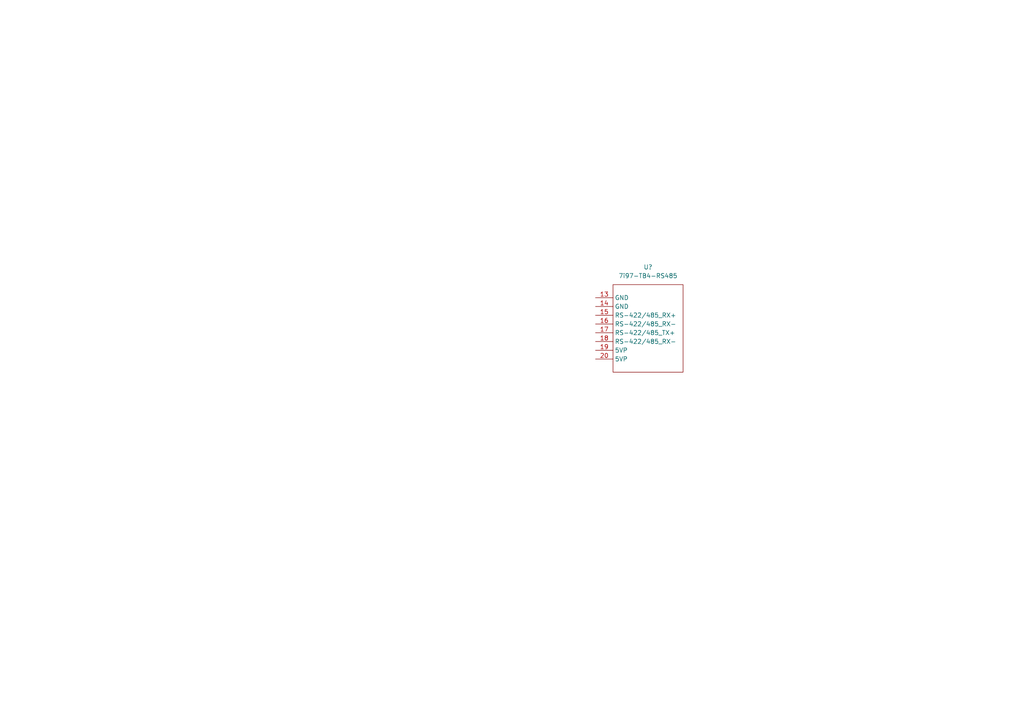
<source format=kicad_sch>
(kicad_sch (version 20230121) (generator eeschema)
  (paper "A4")
  (lib_symbols
    (symbol "MAHO:7i97-TB4-RS485"
      (property "Reference" "U" (at 0 17.78 0))
      (property "Value" "7i97-TB4-RS485" (at 0 15.24 0))
      (symbol "7i97-TB4-RS485_0_1"
        (rectangle (start -10.16 12.7) (end 10.16 -12.7) (stroke (width 0.1524)))
      )
      (symbol "7i97-TB4-RS485_1_1"
        (pin passive line (at -15.24 8.89 0) (length 5.08) (name "GND") (number "13"))
        (pin passive line (at -15.24 6.35 0) (length 5.08) (name "GND") (number "14"))
        (pin passive line (at -15.24 3.81 0) (length 5.08) (name "RS-422/485_RX+") (number "15"))
        (pin passive line (at -15.24 1.27 0) (length 5.08) (name "RS-422/485_RX-") (number "16"))
        (pin passive line (at -15.24 -1.27 0) (length 5.08) (name "RS-422/485_TX+") (number "17"))
        (pin passive line (at -15.24 -3.81 0) (length 5.08) (name "RS-422/485_RX-") (number "18"))
        (pin passive line (at -15.24 -6.35 0) (length 5.08) (name "5VP") (number "19"))
        (pin passive line (at -15.24 -8.89 0) (length 5.08) (name "5VP") (number "20"))
      )
    )
  )
  (symbol (lib_id "MAHO:7i97-TB4-RS485") (at 187.96 95.25 0) (unit 1)
    (property "Reference" "U?" (at 187.96 77.47 0))
    (property "Value" "7i97-TB4-RS485" (at 187.96 80.01 0))
  )
)
</source>
